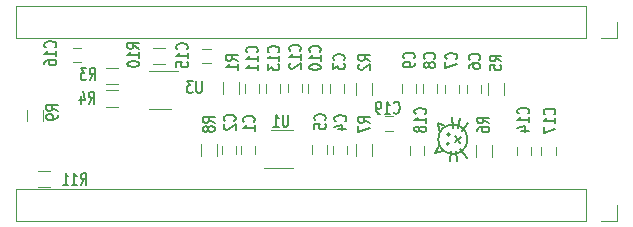
<source format=gbo>
%TF.GenerationSoftware,KiCad,Pcbnew,4.0.7*%
%TF.CreationDate,2017-11-14T20:11:37+08:00*%
%TF.ProjectId,STM32F401CCT6,53544D333246343031434354362E6B69,rev?*%
%TF.FileFunction,Legend,Bot*%
%FSLAX46Y46*%
G04 Gerber Fmt 4.6, Leading zero omitted, Abs format (unit mm)*
G04 Created by KiCad (PCBNEW 4.0.7) date 11/14/17 20:11:37*
%MOMM*%
%LPD*%
G01*
G04 APERTURE LIST*
%ADD10C,0.100000*%
%ADD11C,0.200000*%
%ADD12C,0.120000*%
G04 APERTURE END LIST*
D10*
D11*
X-12280000Y6510000D02*
X-11720000Y7140000D01*
X-12610000Y6700000D02*
X-12400000Y7600000D01*
X-12990000Y6750000D02*
X-13070000Y7650000D01*
X-12420000Y4960000D02*
X-11850000Y4200000D01*
X-12790000Y4770000D02*
X-12640000Y3940000D01*
X-13170000Y4810000D02*
X-13280000Y3970000D01*
X-12860000Y5530000D02*
X-12360000Y5940000D01*
X-12800000Y6020000D02*
X-12410000Y5500000D01*
X-14530000Y4580000D02*
X-13890000Y4760000D01*
X-14220000Y5180000D02*
X-14530000Y4600000D01*
X-13291833Y6180000D02*
G75*
G03X-13291833Y6180000I-108167J0D01*
G01*
X-13336863Y5390000D02*
G75*
G03X-13336863Y5390000I-113137J0D01*
G01*
X-14170000Y6530000D02*
X-14310000Y7170000D01*
X-13700000Y6870000D02*
X-14290000Y7150000D01*
X-11785294Y5785294D02*
G75*
G03X-11785294Y5785294I-1234706J0D01*
G01*
D12*
X-10620000Y9710000D02*
X-10620000Y10410000D01*
X-11820000Y10410000D02*
X-11820000Y9710000D01*
X-50020000Y14370000D02*
X-50020000Y17030000D01*
X-1700000Y14370000D02*
X-50020000Y14370000D01*
X-1700000Y17030000D02*
X-50020000Y17030000D01*
X-1700000Y14370000D02*
X-1700000Y17030000D01*
X-430000Y14370000D02*
X900000Y14370000D01*
X900000Y14370000D02*
X900000Y15700000D01*
X-50020000Y-1130000D02*
X-50020000Y1530000D01*
X-1700000Y-1130000D02*
X-50020000Y-1130000D01*
X-1700000Y1530000D02*
X-50020000Y1530000D01*
X-1700000Y-1130000D02*
X-1700000Y1530000D01*
X-430000Y-1130000D02*
X900000Y-1130000D01*
X900000Y-1130000D02*
X900000Y200000D01*
X-47730000Y7290000D02*
X-47730000Y8290000D01*
X-49090000Y8290000D02*
X-49090000Y7290000D01*
X-42380000Y10460000D02*
X-41380000Y10460000D01*
X-41380000Y11820000D02*
X-42380000Y11820000D01*
X-42380000Y8550000D02*
X-41380000Y8550000D01*
X-41380000Y9910000D02*
X-42380000Y9910000D01*
X-36900000Y8360000D02*
X-38700000Y8360000D01*
X-38700000Y11580000D02*
X-36250000Y11580000D01*
X-38420000Y12190000D02*
X-37420000Y12190000D01*
X-37420000Y13550000D02*
X-38420000Y13550000D01*
X-31130000Y9610000D02*
X-31130000Y10610000D01*
X-32490000Y10610000D02*
X-32490000Y9610000D01*
X-25780000Y9750000D02*
X-25780000Y10450000D01*
X-26980000Y10450000D02*
X-26980000Y9750000D01*
X-27660000Y9720000D02*
X-27660000Y10420000D01*
X-28860000Y10420000D02*
X-28860000Y9720000D01*
X-24090000Y9740000D02*
X-24090000Y10440000D01*
X-25290000Y10440000D02*
X-25290000Y9740000D01*
X-29390000Y9740000D02*
X-29390000Y10440000D01*
X-30590000Y10440000D02*
X-30590000Y9740000D01*
X-22210000Y9730000D02*
X-22210000Y10430000D01*
X-23410000Y10430000D02*
X-23410000Y9730000D01*
X-21180000Y10540000D02*
X-21180000Y9540000D01*
X-19820000Y9540000D02*
X-19820000Y10540000D01*
X-17310000Y10430000D02*
X-17310000Y9730000D01*
X-16110000Y9730000D02*
X-16110000Y10430000D01*
X-15580000Y10430000D02*
X-15580000Y9730000D01*
X-14380000Y9730000D02*
X-14380000Y10430000D01*
X-12480000Y9710000D02*
X-12480000Y10410000D01*
X-13680000Y10410000D02*
X-13680000Y9710000D01*
X-8660000Y9530000D02*
X-8660000Y10530000D01*
X-10020000Y10530000D02*
X-10020000Y9530000D01*
X-6410000Y4450000D02*
X-6410000Y5150000D01*
X-7610000Y5150000D02*
X-7610000Y4450000D01*
X-9710000Y4320000D02*
X-9710000Y5320000D01*
X-11070000Y5320000D02*
X-11070000Y4320000D01*
X-19890000Y4380000D02*
X-19890000Y5380000D01*
X-21250000Y5380000D02*
X-21250000Y4380000D01*
X-23160000Y5250000D02*
X-23160000Y4550000D01*
X-21960000Y4550000D02*
X-21960000Y5250000D01*
X-24900000Y5260000D02*
X-24900000Y4560000D01*
X-23700000Y4560000D02*
X-23700000Y5260000D01*
X-28380000Y6560000D02*
X-26580000Y6560000D01*
X-26580000Y3340000D02*
X-29030000Y3340000D01*
X-30950000Y5230000D02*
X-30950000Y4530000D01*
X-29750000Y4530000D02*
X-29750000Y5230000D01*
X-31390000Y4540000D02*
X-31390000Y5240000D01*
X-32590000Y5240000D02*
X-32590000Y4540000D01*
X-32990000Y4380000D02*
X-32990000Y5380000D01*
X-34350000Y5380000D02*
X-34350000Y4380000D01*
X-34220000Y12250000D02*
X-33520000Y12250000D01*
X-33520000Y13450000D02*
X-34220000Y13450000D01*
X-44500000Y13510000D02*
X-45200000Y13510000D01*
X-45200000Y12310000D02*
X-44500000Y12310000D01*
X-4310000Y4420000D02*
X-4310000Y5120000D01*
X-5510000Y5120000D02*
X-5510000Y4420000D01*
X-16640000Y5190000D02*
X-16640000Y4490000D01*
X-15440000Y4490000D02*
X-15440000Y5190000D01*
X-18780000Y6520000D02*
X-18080000Y6520000D01*
X-18080000Y7720000D02*
X-18780000Y7720000D01*
X-47130000Y3090000D02*
X-48130000Y3090000D01*
X-48130000Y1730000D02*
X-47130000Y1730000D01*
D11*
X-10772857Y12523333D02*
X-10725238Y12561428D01*
X-10677619Y12675714D01*
X-10677619Y12751904D01*
X-10725238Y12866190D01*
X-10820476Y12942381D01*
X-10915714Y12980476D01*
X-11106190Y13018571D01*
X-11249048Y13018571D01*
X-11439524Y12980476D01*
X-11534762Y12942381D01*
X-11630000Y12866190D01*
X-11677619Y12751904D01*
X-11677619Y12675714D01*
X-11630000Y12561428D01*
X-11582381Y12523333D01*
X-11677619Y11837619D02*
X-11677619Y11990000D01*
X-11630000Y12066190D01*
X-11582381Y12104285D01*
X-11439524Y12180476D01*
X-11249048Y12218571D01*
X-10868095Y12218571D01*
X-10772857Y12180476D01*
X-10725238Y12142381D01*
X-10677619Y12066190D01*
X-10677619Y11913809D01*
X-10725238Y11837619D01*
X-10772857Y11799523D01*
X-10868095Y11761428D01*
X-11106190Y11761428D01*
X-11201429Y11799523D01*
X-11249048Y11837619D01*
X-11296667Y11913809D01*
X-11296667Y12066190D01*
X-11249048Y12142381D01*
X-11201429Y12180476D01*
X-11106190Y12218571D01*
X-46447619Y8203333D02*
X-46923810Y8470000D01*
X-46447619Y8660476D02*
X-47447619Y8660476D01*
X-47447619Y8355714D01*
X-47400000Y8279523D01*
X-47352381Y8241428D01*
X-47257143Y8203333D01*
X-47114286Y8203333D01*
X-47019048Y8241428D01*
X-46971429Y8279523D01*
X-46923810Y8355714D01*
X-46923810Y8660476D01*
X-46447619Y7822381D02*
X-46447619Y7670000D01*
X-46495238Y7593809D01*
X-46542857Y7555714D01*
X-46685714Y7479523D01*
X-46876190Y7441428D01*
X-47257143Y7441428D01*
X-47352381Y7479523D01*
X-47400000Y7517619D01*
X-47447619Y7593809D01*
X-47447619Y7746190D01*
X-47400000Y7822381D01*
X-47352381Y7860476D01*
X-47257143Y7898571D01*
X-47019048Y7898571D01*
X-46923810Y7860476D01*
X-46876190Y7822381D01*
X-46828571Y7746190D01*
X-46828571Y7593809D01*
X-46876190Y7517619D01*
X-46923810Y7479523D01*
X-47019048Y7441428D01*
X-43776667Y10807619D02*
X-43510000Y11283810D01*
X-43319524Y10807619D02*
X-43319524Y11807619D01*
X-43624286Y11807619D01*
X-43700477Y11760000D01*
X-43738572Y11712381D01*
X-43776667Y11617143D01*
X-43776667Y11474286D01*
X-43738572Y11379048D01*
X-43700477Y11331429D01*
X-43624286Y11283810D01*
X-43319524Y11283810D01*
X-44043334Y11807619D02*
X-44538572Y11807619D01*
X-44271905Y11426667D01*
X-44386191Y11426667D01*
X-44462381Y11379048D01*
X-44500477Y11331429D01*
X-44538572Y11236190D01*
X-44538572Y10998095D01*
X-44500477Y10902857D01*
X-44462381Y10855238D01*
X-44386191Y10807619D01*
X-44157619Y10807619D01*
X-44081429Y10855238D01*
X-44043334Y10902857D01*
X-43826667Y8807619D02*
X-43560000Y9283810D01*
X-43369524Y8807619D02*
X-43369524Y9807619D01*
X-43674286Y9807619D01*
X-43750477Y9760000D01*
X-43788572Y9712381D01*
X-43826667Y9617143D01*
X-43826667Y9474286D01*
X-43788572Y9379048D01*
X-43750477Y9331429D01*
X-43674286Y9283810D01*
X-43369524Y9283810D01*
X-44512381Y9474286D02*
X-44512381Y8807619D01*
X-44321905Y9855238D02*
X-44131429Y9140952D01*
X-44626667Y9140952D01*
X-34290476Y10717619D02*
X-34290476Y9908095D01*
X-34328571Y9812857D01*
X-34366667Y9765238D01*
X-34442857Y9717619D01*
X-34595238Y9717619D01*
X-34671429Y9765238D01*
X-34709524Y9812857D01*
X-34747619Y9908095D01*
X-34747619Y10717619D01*
X-35052381Y10717619D02*
X-35547619Y10717619D01*
X-35280952Y10336667D01*
X-35395238Y10336667D01*
X-35471428Y10289048D01*
X-35509524Y10241429D01*
X-35547619Y10146190D01*
X-35547619Y9908095D01*
X-35509524Y9812857D01*
X-35471428Y9765238D01*
X-35395238Y9717619D01*
X-35166666Y9717619D01*
X-35090476Y9765238D01*
X-35052381Y9812857D01*
X-39577619Y13454286D02*
X-40053810Y13720953D01*
X-39577619Y13911429D02*
X-40577619Y13911429D01*
X-40577619Y13606667D01*
X-40530000Y13530476D01*
X-40482381Y13492381D01*
X-40387143Y13454286D01*
X-40244286Y13454286D01*
X-40149048Y13492381D01*
X-40101429Y13530476D01*
X-40053810Y13606667D01*
X-40053810Y13911429D01*
X-39577619Y12692381D02*
X-39577619Y13149524D01*
X-39577619Y12920953D02*
X-40577619Y12920953D01*
X-40434762Y12997143D01*
X-40339524Y13073334D01*
X-40291905Y13149524D01*
X-40577619Y12197143D02*
X-40577619Y12120952D01*
X-40530000Y12044762D01*
X-40482381Y12006667D01*
X-40387143Y11968571D01*
X-40196667Y11930476D01*
X-39958571Y11930476D01*
X-39768095Y11968571D01*
X-39672857Y12006667D01*
X-39625238Y12044762D01*
X-39577619Y12120952D01*
X-39577619Y12197143D01*
X-39625238Y12273333D01*
X-39672857Y12311429D01*
X-39768095Y12349524D01*
X-39958571Y12387619D01*
X-40196667Y12387619D01*
X-40387143Y12349524D01*
X-40482381Y12311429D01*
X-40530000Y12273333D01*
X-40577619Y12197143D01*
X-31237619Y12433333D02*
X-31713810Y12700000D01*
X-31237619Y12890476D02*
X-32237619Y12890476D01*
X-32237619Y12585714D01*
X-32190000Y12509523D01*
X-32142381Y12471428D01*
X-32047143Y12433333D01*
X-31904286Y12433333D01*
X-31809048Y12471428D01*
X-31761429Y12509523D01*
X-31713810Y12585714D01*
X-31713810Y12890476D01*
X-31237619Y11671428D02*
X-31237619Y12128571D01*
X-31237619Y11900000D02*
X-32237619Y11900000D01*
X-32094762Y11976190D01*
X-31999524Y12052381D01*
X-31951905Y12128571D01*
X-25982857Y13294286D02*
X-25935238Y13332381D01*
X-25887619Y13446667D01*
X-25887619Y13522857D01*
X-25935238Y13637143D01*
X-26030476Y13713334D01*
X-26125714Y13751429D01*
X-26316190Y13789524D01*
X-26459048Y13789524D01*
X-26649524Y13751429D01*
X-26744762Y13713334D01*
X-26840000Y13637143D01*
X-26887619Y13522857D01*
X-26887619Y13446667D01*
X-26840000Y13332381D01*
X-26792381Y13294286D01*
X-25887619Y12532381D02*
X-25887619Y12989524D01*
X-25887619Y12760953D02*
X-26887619Y12760953D01*
X-26744762Y12837143D01*
X-26649524Y12913334D01*
X-26601905Y12989524D01*
X-26792381Y12227619D02*
X-26840000Y12189524D01*
X-26887619Y12113333D01*
X-26887619Y11922857D01*
X-26840000Y11846667D01*
X-26792381Y11808571D01*
X-26697143Y11770476D01*
X-26601905Y11770476D01*
X-26459048Y11808571D01*
X-25887619Y12265714D01*
X-25887619Y11770476D01*
X-27792857Y13164286D02*
X-27745238Y13202381D01*
X-27697619Y13316667D01*
X-27697619Y13392857D01*
X-27745238Y13507143D01*
X-27840476Y13583334D01*
X-27935714Y13621429D01*
X-28126190Y13659524D01*
X-28269048Y13659524D01*
X-28459524Y13621429D01*
X-28554762Y13583334D01*
X-28650000Y13507143D01*
X-28697619Y13392857D01*
X-28697619Y13316667D01*
X-28650000Y13202381D01*
X-28602381Y13164286D01*
X-27697619Y12402381D02*
X-27697619Y12859524D01*
X-27697619Y12630953D02*
X-28697619Y12630953D01*
X-28554762Y12707143D01*
X-28459524Y12783334D01*
X-28411905Y12859524D01*
X-28697619Y12135714D02*
X-28697619Y11640476D01*
X-28316667Y11907143D01*
X-28316667Y11792857D01*
X-28269048Y11716667D01*
X-28221429Y11678571D01*
X-28126190Y11640476D01*
X-27888095Y11640476D01*
X-27792857Y11678571D01*
X-27745238Y11716667D01*
X-27697619Y11792857D01*
X-27697619Y12021429D01*
X-27745238Y12097619D01*
X-27792857Y12135714D01*
X-24282857Y13184286D02*
X-24235238Y13222381D01*
X-24187619Y13336667D01*
X-24187619Y13412857D01*
X-24235238Y13527143D01*
X-24330476Y13603334D01*
X-24425714Y13641429D01*
X-24616190Y13679524D01*
X-24759048Y13679524D01*
X-24949524Y13641429D01*
X-25044762Y13603334D01*
X-25140000Y13527143D01*
X-25187619Y13412857D01*
X-25187619Y13336667D01*
X-25140000Y13222381D01*
X-25092381Y13184286D01*
X-24187619Y12422381D02*
X-24187619Y12879524D01*
X-24187619Y12650953D02*
X-25187619Y12650953D01*
X-25044762Y12727143D01*
X-24949524Y12803334D01*
X-24901905Y12879524D01*
X-25187619Y11927143D02*
X-25187619Y11850952D01*
X-25140000Y11774762D01*
X-25092381Y11736667D01*
X-24997143Y11698571D01*
X-24806667Y11660476D01*
X-24568571Y11660476D01*
X-24378095Y11698571D01*
X-24282857Y11736667D01*
X-24235238Y11774762D01*
X-24187619Y11850952D01*
X-24187619Y11927143D01*
X-24235238Y12003333D01*
X-24282857Y12041429D01*
X-24378095Y12079524D01*
X-24568571Y12117619D01*
X-24806667Y12117619D01*
X-24997143Y12079524D01*
X-25092381Y12041429D01*
X-25140000Y12003333D01*
X-25187619Y11927143D01*
X-29612857Y13134286D02*
X-29565238Y13172381D01*
X-29517619Y13286667D01*
X-29517619Y13362857D01*
X-29565238Y13477143D01*
X-29660476Y13553334D01*
X-29755714Y13591429D01*
X-29946190Y13629524D01*
X-30089048Y13629524D01*
X-30279524Y13591429D01*
X-30374762Y13553334D01*
X-30470000Y13477143D01*
X-30517619Y13362857D01*
X-30517619Y13286667D01*
X-30470000Y13172381D01*
X-30422381Y13134286D01*
X-29517619Y12372381D02*
X-29517619Y12829524D01*
X-29517619Y12600953D02*
X-30517619Y12600953D01*
X-30374762Y12677143D01*
X-30279524Y12753334D01*
X-30231905Y12829524D01*
X-29517619Y11610476D02*
X-29517619Y12067619D01*
X-29517619Y11839048D02*
X-30517619Y11839048D01*
X-30374762Y11915238D01*
X-30279524Y11991429D01*
X-30231905Y12067619D01*
X-22252857Y12473333D02*
X-22205238Y12511428D01*
X-22157619Y12625714D01*
X-22157619Y12701904D01*
X-22205238Y12816190D01*
X-22300476Y12892381D01*
X-22395714Y12930476D01*
X-22586190Y12968571D01*
X-22729048Y12968571D01*
X-22919524Y12930476D01*
X-23014762Y12892381D01*
X-23110000Y12816190D01*
X-23157619Y12701904D01*
X-23157619Y12625714D01*
X-23110000Y12511428D01*
X-23062381Y12473333D01*
X-23157619Y12206666D02*
X-23157619Y11711428D01*
X-22776667Y11978095D01*
X-22776667Y11863809D01*
X-22729048Y11787619D01*
X-22681429Y11749523D01*
X-22586190Y11711428D01*
X-22348095Y11711428D01*
X-22252857Y11749523D01*
X-22205238Y11787619D01*
X-22157619Y11863809D01*
X-22157619Y12092381D01*
X-22205238Y12168571D01*
X-22252857Y12206666D01*
X-20017619Y12423333D02*
X-20493810Y12690000D01*
X-20017619Y12880476D02*
X-21017619Y12880476D01*
X-21017619Y12575714D01*
X-20970000Y12499523D01*
X-20922381Y12461428D01*
X-20827143Y12423333D01*
X-20684286Y12423333D01*
X-20589048Y12461428D01*
X-20541429Y12499523D01*
X-20493810Y12575714D01*
X-20493810Y12880476D01*
X-20922381Y12118571D02*
X-20970000Y12080476D01*
X-21017619Y12004285D01*
X-21017619Y11813809D01*
X-20970000Y11737619D01*
X-20922381Y11699523D01*
X-20827143Y11661428D01*
X-20731905Y11661428D01*
X-20589048Y11699523D01*
X-20017619Y12156666D01*
X-20017619Y11661428D01*
X-16322857Y12623333D02*
X-16275238Y12661428D01*
X-16227619Y12775714D01*
X-16227619Y12851904D01*
X-16275238Y12966190D01*
X-16370476Y13042381D01*
X-16465714Y13080476D01*
X-16656190Y13118571D01*
X-16799048Y13118571D01*
X-16989524Y13080476D01*
X-17084762Y13042381D01*
X-17180000Y12966190D01*
X-17227619Y12851904D01*
X-17227619Y12775714D01*
X-17180000Y12661428D01*
X-17132381Y12623333D01*
X-16227619Y12242381D02*
X-16227619Y12090000D01*
X-16275238Y12013809D01*
X-16322857Y11975714D01*
X-16465714Y11899523D01*
X-16656190Y11861428D01*
X-17037143Y11861428D01*
X-17132381Y11899523D01*
X-17180000Y11937619D01*
X-17227619Y12013809D01*
X-17227619Y12166190D01*
X-17180000Y12242381D01*
X-17132381Y12280476D01*
X-17037143Y12318571D01*
X-16799048Y12318571D01*
X-16703810Y12280476D01*
X-16656190Y12242381D01*
X-16608571Y12166190D01*
X-16608571Y12013809D01*
X-16656190Y11937619D01*
X-16703810Y11899523D01*
X-16799048Y11861428D01*
X-14582857Y12613333D02*
X-14535238Y12651428D01*
X-14487619Y12765714D01*
X-14487619Y12841904D01*
X-14535238Y12956190D01*
X-14630476Y13032381D01*
X-14725714Y13070476D01*
X-14916190Y13108571D01*
X-15059048Y13108571D01*
X-15249524Y13070476D01*
X-15344762Y13032381D01*
X-15440000Y12956190D01*
X-15487619Y12841904D01*
X-15487619Y12765714D01*
X-15440000Y12651428D01*
X-15392381Y12613333D01*
X-15059048Y12156190D02*
X-15106667Y12232381D01*
X-15154286Y12270476D01*
X-15249524Y12308571D01*
X-15297143Y12308571D01*
X-15392381Y12270476D01*
X-15440000Y12232381D01*
X-15487619Y12156190D01*
X-15487619Y12003809D01*
X-15440000Y11927619D01*
X-15392381Y11889523D01*
X-15297143Y11851428D01*
X-15249524Y11851428D01*
X-15154286Y11889523D01*
X-15106667Y11927619D01*
X-15059048Y12003809D01*
X-15059048Y12156190D01*
X-15011429Y12232381D01*
X-14963810Y12270476D01*
X-14868571Y12308571D01*
X-14678095Y12308571D01*
X-14582857Y12270476D01*
X-14535238Y12232381D01*
X-14487619Y12156190D01*
X-14487619Y12003809D01*
X-14535238Y11927619D01*
X-14582857Y11889523D01*
X-14678095Y11851428D01*
X-14868571Y11851428D01*
X-14963810Y11889523D01*
X-15011429Y11927619D01*
X-15059048Y12003809D01*
X-12742857Y12583333D02*
X-12695238Y12621428D01*
X-12647619Y12735714D01*
X-12647619Y12811904D01*
X-12695238Y12926190D01*
X-12790476Y13002381D01*
X-12885714Y13040476D01*
X-13076190Y13078571D01*
X-13219048Y13078571D01*
X-13409524Y13040476D01*
X-13504762Y13002381D01*
X-13600000Y12926190D01*
X-13647619Y12811904D01*
X-13647619Y12735714D01*
X-13600000Y12621428D01*
X-13552381Y12583333D01*
X-13647619Y12316666D02*
X-13647619Y11783333D01*
X-12647619Y12126190D01*
X-8907619Y12403333D02*
X-9383810Y12670000D01*
X-8907619Y12860476D02*
X-9907619Y12860476D01*
X-9907619Y12555714D01*
X-9860000Y12479523D01*
X-9812381Y12441428D01*
X-9717143Y12403333D01*
X-9574286Y12403333D01*
X-9479048Y12441428D01*
X-9431429Y12479523D01*
X-9383810Y12555714D01*
X-9383810Y12860476D01*
X-9907619Y11679523D02*
X-9907619Y12060476D01*
X-9431429Y12098571D01*
X-9479048Y12060476D01*
X-9526667Y11984285D01*
X-9526667Y11793809D01*
X-9479048Y11717619D01*
X-9431429Y11679523D01*
X-9336190Y11641428D01*
X-9098095Y11641428D01*
X-9002857Y11679523D01*
X-8955238Y11717619D01*
X-8907619Y11793809D01*
X-8907619Y11984285D01*
X-8955238Y12060476D01*
X-9002857Y12098571D01*
X-6642857Y7964286D02*
X-6595238Y8002381D01*
X-6547619Y8116667D01*
X-6547619Y8192857D01*
X-6595238Y8307143D01*
X-6690476Y8383334D01*
X-6785714Y8421429D01*
X-6976190Y8459524D01*
X-7119048Y8459524D01*
X-7309524Y8421429D01*
X-7404762Y8383334D01*
X-7500000Y8307143D01*
X-7547619Y8192857D01*
X-7547619Y8116667D01*
X-7500000Y8002381D01*
X-7452381Y7964286D01*
X-6547619Y7202381D02*
X-6547619Y7659524D01*
X-6547619Y7430953D02*
X-7547619Y7430953D01*
X-7404762Y7507143D01*
X-7309524Y7583334D01*
X-7261905Y7659524D01*
X-7214286Y6516667D02*
X-6547619Y6516667D01*
X-7595238Y6707143D02*
X-6880952Y6897619D01*
X-6880952Y6402381D01*
X-9947619Y7133333D02*
X-10423810Y7400000D01*
X-9947619Y7590476D02*
X-10947619Y7590476D01*
X-10947619Y7285714D01*
X-10900000Y7209523D01*
X-10852381Y7171428D01*
X-10757143Y7133333D01*
X-10614286Y7133333D01*
X-10519048Y7171428D01*
X-10471429Y7209523D01*
X-10423810Y7285714D01*
X-10423810Y7590476D01*
X-10947619Y6447619D02*
X-10947619Y6600000D01*
X-10900000Y6676190D01*
X-10852381Y6714285D01*
X-10709524Y6790476D01*
X-10519048Y6828571D01*
X-10138095Y6828571D01*
X-10042857Y6790476D01*
X-9995238Y6752381D01*
X-9947619Y6676190D01*
X-9947619Y6523809D01*
X-9995238Y6447619D01*
X-10042857Y6409523D01*
X-10138095Y6371428D01*
X-10376190Y6371428D01*
X-10471429Y6409523D01*
X-10519048Y6447619D01*
X-10566667Y6523809D01*
X-10566667Y6676190D01*
X-10519048Y6752381D01*
X-10471429Y6790476D01*
X-10376190Y6828571D01*
X-20047619Y7173333D02*
X-20523810Y7440000D01*
X-20047619Y7630476D02*
X-21047619Y7630476D01*
X-21047619Y7325714D01*
X-21000000Y7249523D01*
X-20952381Y7211428D01*
X-20857143Y7173333D01*
X-20714286Y7173333D01*
X-20619048Y7211428D01*
X-20571429Y7249523D01*
X-20523810Y7325714D01*
X-20523810Y7630476D01*
X-21047619Y6906666D02*
X-21047619Y6373333D01*
X-20047619Y6716190D01*
X-22132857Y7323333D02*
X-22085238Y7361428D01*
X-22037619Y7475714D01*
X-22037619Y7551904D01*
X-22085238Y7666190D01*
X-22180476Y7742381D01*
X-22275714Y7780476D01*
X-22466190Y7818571D01*
X-22609048Y7818571D01*
X-22799524Y7780476D01*
X-22894762Y7742381D01*
X-22990000Y7666190D01*
X-23037619Y7551904D01*
X-23037619Y7475714D01*
X-22990000Y7361428D01*
X-22942381Y7323333D01*
X-22704286Y6637619D02*
X-22037619Y6637619D01*
X-23085238Y6828095D02*
X-22370952Y7018571D01*
X-22370952Y6523333D01*
X-23852857Y7393333D02*
X-23805238Y7431428D01*
X-23757619Y7545714D01*
X-23757619Y7621904D01*
X-23805238Y7736190D01*
X-23900476Y7812381D01*
X-23995714Y7850476D01*
X-24186190Y7888571D01*
X-24329048Y7888571D01*
X-24519524Y7850476D01*
X-24614762Y7812381D01*
X-24710000Y7736190D01*
X-24757619Y7621904D01*
X-24757619Y7545714D01*
X-24710000Y7431428D01*
X-24662381Y7393333D01*
X-24757619Y6669523D02*
X-24757619Y7050476D01*
X-24281429Y7088571D01*
X-24329048Y7050476D01*
X-24376667Y6974285D01*
X-24376667Y6783809D01*
X-24329048Y6707619D01*
X-24281429Y6669523D01*
X-24186190Y6631428D01*
X-23948095Y6631428D01*
X-23852857Y6669523D01*
X-23805238Y6707619D01*
X-23757619Y6783809D01*
X-23757619Y6974285D01*
X-23805238Y7050476D01*
X-23852857Y7088571D01*
X-26970476Y7857619D02*
X-26970476Y7048095D01*
X-27008571Y6952857D01*
X-27046667Y6905238D01*
X-27122857Y6857619D01*
X-27275238Y6857619D01*
X-27351429Y6905238D01*
X-27389524Y6952857D01*
X-27427619Y7048095D01*
X-27427619Y7857619D01*
X-28227619Y6857619D02*
X-27770476Y6857619D01*
X-27999047Y6857619D02*
X-27999047Y7857619D01*
X-27922857Y7714762D01*
X-27846666Y7619524D01*
X-27770476Y7571905D01*
X-29892857Y7273333D02*
X-29845238Y7311428D01*
X-29797619Y7425714D01*
X-29797619Y7501904D01*
X-29845238Y7616190D01*
X-29940476Y7692381D01*
X-30035714Y7730476D01*
X-30226190Y7768571D01*
X-30369048Y7768571D01*
X-30559524Y7730476D01*
X-30654762Y7692381D01*
X-30750000Y7616190D01*
X-30797619Y7501904D01*
X-30797619Y7425714D01*
X-30750000Y7311428D01*
X-30702381Y7273333D01*
X-29797619Y6511428D02*
X-29797619Y6968571D01*
X-29797619Y6740000D02*
X-30797619Y6740000D01*
X-30654762Y6816190D01*
X-30559524Y6892381D01*
X-30511905Y6968571D01*
X-31512857Y7363333D02*
X-31465238Y7401428D01*
X-31417619Y7515714D01*
X-31417619Y7591904D01*
X-31465238Y7706190D01*
X-31560476Y7782381D01*
X-31655714Y7820476D01*
X-31846190Y7858571D01*
X-31989048Y7858571D01*
X-32179524Y7820476D01*
X-32274762Y7782381D01*
X-32370000Y7706190D01*
X-32417619Y7591904D01*
X-32417619Y7515714D01*
X-32370000Y7401428D01*
X-32322381Y7363333D01*
X-32322381Y7058571D02*
X-32370000Y7020476D01*
X-32417619Y6944285D01*
X-32417619Y6753809D01*
X-32370000Y6677619D01*
X-32322381Y6639523D01*
X-32227143Y6601428D01*
X-32131905Y6601428D01*
X-31989048Y6639523D01*
X-31417619Y7096666D01*
X-31417619Y6601428D01*
X-33187619Y7173333D02*
X-33663810Y7440000D01*
X-33187619Y7630476D02*
X-34187619Y7630476D01*
X-34187619Y7325714D01*
X-34140000Y7249523D01*
X-34092381Y7211428D01*
X-33997143Y7173333D01*
X-33854286Y7173333D01*
X-33759048Y7211428D01*
X-33711429Y7249523D01*
X-33663810Y7325714D01*
X-33663810Y7630476D01*
X-33759048Y6716190D02*
X-33806667Y6792381D01*
X-33854286Y6830476D01*
X-33949524Y6868571D01*
X-33997143Y6868571D01*
X-34092381Y6830476D01*
X-34140000Y6792381D01*
X-34187619Y6716190D01*
X-34187619Y6563809D01*
X-34140000Y6487619D01*
X-34092381Y6449523D01*
X-33997143Y6411428D01*
X-33949524Y6411428D01*
X-33854286Y6449523D01*
X-33806667Y6487619D01*
X-33759048Y6563809D01*
X-33759048Y6716190D01*
X-33711429Y6792381D01*
X-33663810Y6830476D01*
X-33568571Y6868571D01*
X-33378095Y6868571D01*
X-33282857Y6830476D01*
X-33235238Y6792381D01*
X-33187619Y6716190D01*
X-33187619Y6563809D01*
X-33235238Y6487619D01*
X-33282857Y6449523D01*
X-33378095Y6411428D01*
X-33568571Y6411428D01*
X-33663810Y6449523D01*
X-33711429Y6487619D01*
X-33759048Y6563809D01*
X-35532857Y13394286D02*
X-35485238Y13432381D01*
X-35437619Y13546667D01*
X-35437619Y13622857D01*
X-35485238Y13737143D01*
X-35580476Y13813334D01*
X-35675714Y13851429D01*
X-35866190Y13889524D01*
X-36009048Y13889524D01*
X-36199524Y13851429D01*
X-36294762Y13813334D01*
X-36390000Y13737143D01*
X-36437619Y13622857D01*
X-36437619Y13546667D01*
X-36390000Y13432381D01*
X-36342381Y13394286D01*
X-35437619Y12632381D02*
X-35437619Y13089524D01*
X-35437619Y12860953D02*
X-36437619Y12860953D01*
X-36294762Y12937143D01*
X-36199524Y13013334D01*
X-36151905Y13089524D01*
X-36437619Y11908571D02*
X-36437619Y12289524D01*
X-35961429Y12327619D01*
X-36009048Y12289524D01*
X-36056667Y12213333D01*
X-36056667Y12022857D01*
X-36009048Y11946667D01*
X-35961429Y11908571D01*
X-35866190Y11870476D01*
X-35628095Y11870476D01*
X-35532857Y11908571D01*
X-35485238Y11946667D01*
X-35437619Y12022857D01*
X-35437619Y12213333D01*
X-35485238Y12289524D01*
X-35532857Y12327619D01*
X-46692857Y13564286D02*
X-46645238Y13602381D01*
X-46597619Y13716667D01*
X-46597619Y13792857D01*
X-46645238Y13907143D01*
X-46740476Y13983334D01*
X-46835714Y14021429D01*
X-47026190Y14059524D01*
X-47169048Y14059524D01*
X-47359524Y14021429D01*
X-47454762Y13983334D01*
X-47550000Y13907143D01*
X-47597619Y13792857D01*
X-47597619Y13716667D01*
X-47550000Y13602381D01*
X-47502381Y13564286D01*
X-46597619Y12802381D02*
X-46597619Y13259524D01*
X-46597619Y13030953D02*
X-47597619Y13030953D01*
X-47454762Y13107143D01*
X-47359524Y13183334D01*
X-47311905Y13259524D01*
X-47597619Y12116667D02*
X-47597619Y12269048D01*
X-47550000Y12345238D01*
X-47502381Y12383333D01*
X-47359524Y12459524D01*
X-47169048Y12497619D01*
X-46788095Y12497619D01*
X-46692857Y12459524D01*
X-46645238Y12421429D01*
X-46597619Y12345238D01*
X-46597619Y12192857D01*
X-46645238Y12116667D01*
X-46692857Y12078571D01*
X-46788095Y12040476D01*
X-47026190Y12040476D01*
X-47121429Y12078571D01*
X-47169048Y12116667D01*
X-47216667Y12192857D01*
X-47216667Y12345238D01*
X-47169048Y12421429D01*
X-47121429Y12459524D01*
X-47026190Y12497619D01*
X-4432857Y7884286D02*
X-4385238Y7922381D01*
X-4337619Y8036667D01*
X-4337619Y8112857D01*
X-4385238Y8227143D01*
X-4480476Y8303334D01*
X-4575714Y8341429D01*
X-4766190Y8379524D01*
X-4909048Y8379524D01*
X-5099524Y8341429D01*
X-5194762Y8303334D01*
X-5290000Y8227143D01*
X-5337619Y8112857D01*
X-5337619Y8036667D01*
X-5290000Y7922381D01*
X-5242381Y7884286D01*
X-4337619Y7122381D02*
X-4337619Y7579524D01*
X-4337619Y7350953D02*
X-5337619Y7350953D01*
X-5194762Y7427143D01*
X-5099524Y7503334D01*
X-5051905Y7579524D01*
X-5337619Y6855714D02*
X-5337619Y6322381D01*
X-4337619Y6665238D01*
X-15362857Y7924286D02*
X-15315238Y7962381D01*
X-15267619Y8076667D01*
X-15267619Y8152857D01*
X-15315238Y8267143D01*
X-15410476Y8343334D01*
X-15505714Y8381429D01*
X-15696190Y8419524D01*
X-15839048Y8419524D01*
X-16029524Y8381429D01*
X-16124762Y8343334D01*
X-16220000Y8267143D01*
X-16267619Y8152857D01*
X-16267619Y8076667D01*
X-16220000Y7962381D01*
X-16172381Y7924286D01*
X-15267619Y7162381D02*
X-15267619Y7619524D01*
X-15267619Y7390953D02*
X-16267619Y7390953D01*
X-16124762Y7467143D01*
X-16029524Y7543334D01*
X-15981905Y7619524D01*
X-15839048Y6705238D02*
X-15886667Y6781429D01*
X-15934286Y6819524D01*
X-16029524Y6857619D01*
X-16077143Y6857619D01*
X-16172381Y6819524D01*
X-16220000Y6781429D01*
X-16267619Y6705238D01*
X-16267619Y6552857D01*
X-16220000Y6476667D01*
X-16172381Y6438571D01*
X-16077143Y6400476D01*
X-16029524Y6400476D01*
X-15934286Y6438571D01*
X-15886667Y6476667D01*
X-15839048Y6552857D01*
X-15839048Y6705238D01*
X-15791429Y6781429D01*
X-15743810Y6819524D01*
X-15648571Y6857619D01*
X-15458095Y6857619D01*
X-15362857Y6819524D01*
X-15315238Y6781429D01*
X-15267619Y6705238D01*
X-15267619Y6552857D01*
X-15315238Y6476667D01*
X-15362857Y6438571D01*
X-15458095Y6400476D01*
X-15648571Y6400476D01*
X-15743810Y6438571D01*
X-15791429Y6476667D01*
X-15839048Y6552857D01*
X-18015714Y8052857D02*
X-17977619Y8005238D01*
X-17863333Y7957619D01*
X-17787143Y7957619D01*
X-17672857Y8005238D01*
X-17596666Y8100476D01*
X-17558571Y8195714D01*
X-17520476Y8386190D01*
X-17520476Y8529048D01*
X-17558571Y8719524D01*
X-17596666Y8814762D01*
X-17672857Y8910000D01*
X-17787143Y8957619D01*
X-17863333Y8957619D01*
X-17977619Y8910000D01*
X-18015714Y8862381D01*
X-18777619Y7957619D02*
X-18320476Y7957619D01*
X-18549047Y7957619D02*
X-18549047Y8957619D01*
X-18472857Y8814762D01*
X-18396666Y8719524D01*
X-18320476Y8671905D01*
X-19158571Y7957619D02*
X-19310952Y7957619D01*
X-19387143Y8005238D01*
X-19425238Y8052857D01*
X-19501429Y8195714D01*
X-19539524Y8386190D01*
X-19539524Y8767143D01*
X-19501429Y8862381D01*
X-19463333Y8910000D01*
X-19387143Y8957619D01*
X-19234762Y8957619D01*
X-19158571Y8910000D01*
X-19120476Y8862381D01*
X-19082381Y8767143D01*
X-19082381Y8529048D01*
X-19120476Y8433810D01*
X-19158571Y8386190D01*
X-19234762Y8338571D01*
X-19387143Y8338571D01*
X-19463333Y8386190D01*
X-19501429Y8433810D01*
X-19539524Y8529048D01*
X-44515714Y1917619D02*
X-44249047Y2393810D01*
X-44058571Y1917619D02*
X-44058571Y2917619D01*
X-44363333Y2917619D01*
X-44439524Y2870000D01*
X-44477619Y2822381D01*
X-44515714Y2727143D01*
X-44515714Y2584286D01*
X-44477619Y2489048D01*
X-44439524Y2441429D01*
X-44363333Y2393810D01*
X-44058571Y2393810D01*
X-45277619Y1917619D02*
X-44820476Y1917619D01*
X-45049047Y1917619D02*
X-45049047Y2917619D01*
X-44972857Y2774762D01*
X-44896666Y2679524D01*
X-44820476Y2631905D01*
X-46039524Y1917619D02*
X-45582381Y1917619D01*
X-45810952Y1917619D02*
X-45810952Y2917619D01*
X-45734762Y2774762D01*
X-45658571Y2679524D01*
X-45582381Y2631905D01*
M02*

</source>
